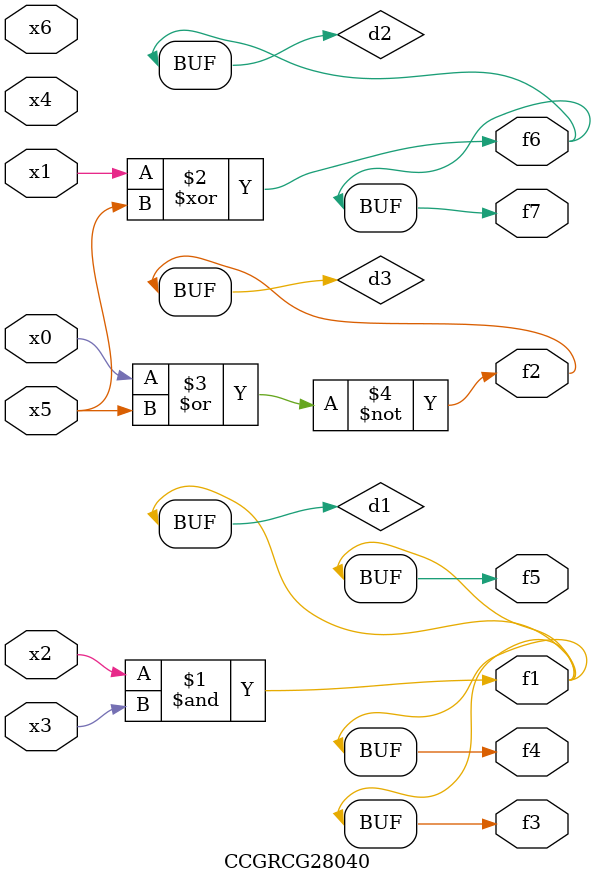
<source format=v>
module CCGRCG28040(
	input x0, x1, x2, x3, x4, x5, x6,
	output f1, f2, f3, f4, f5, f6, f7
);

	wire d1, d2, d3;

	and (d1, x2, x3);
	xor (d2, x1, x5);
	nor (d3, x0, x5);
	assign f1 = d1;
	assign f2 = d3;
	assign f3 = d1;
	assign f4 = d1;
	assign f5 = d1;
	assign f6 = d2;
	assign f7 = d2;
endmodule

</source>
